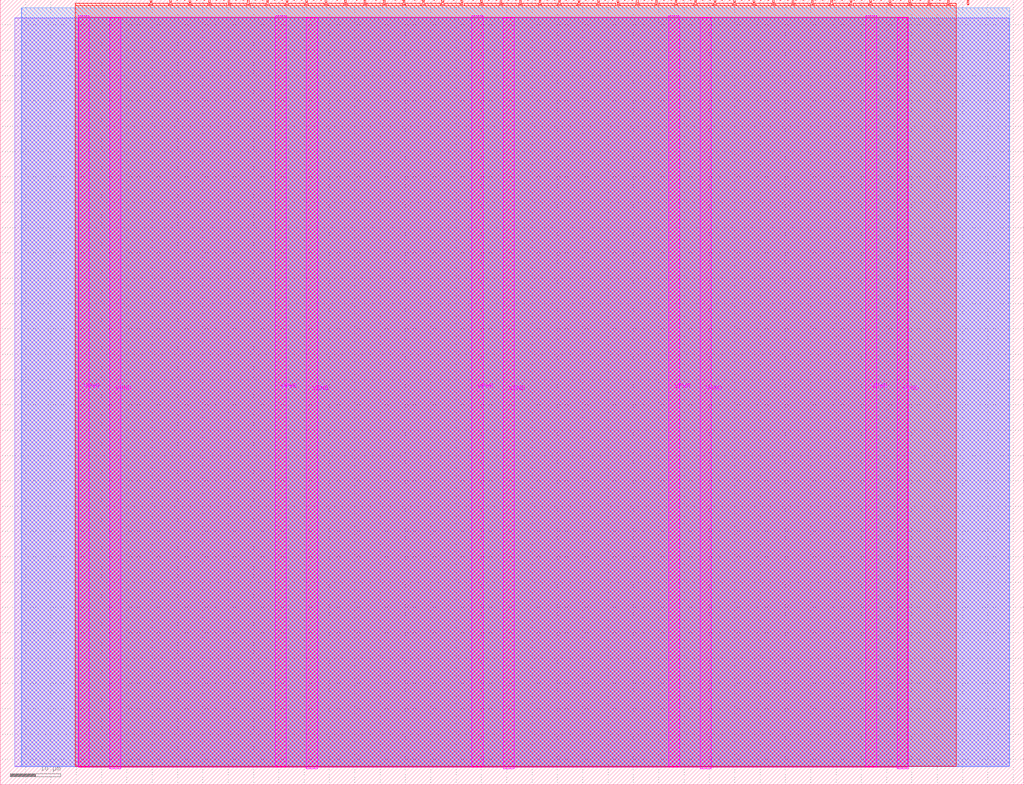
<source format=lef>
VERSION 5.7 ;
  NOWIREEXTENSIONATPIN ON ;
  DIVIDERCHAR "/" ;
  BUSBITCHARS "[]" ;
MACRO tt_um_coastalwhite_canright_sbox
  CLASS BLOCK ;
  FOREIGN tt_um_coastalwhite_canright_sbox ;
  ORIGIN 0.000 0.000 ;
  SIZE 202.080 BY 154.980 ;
  PIN VGND
    DIRECTION INOUT ;
    USE GROUND ;
    PORT
      LAYER TopMetal1 ;
        RECT 21.580 3.150 23.780 151.420 ;
    END
    PORT
      LAYER TopMetal1 ;
        RECT 60.450 3.150 62.650 151.420 ;
    END
    PORT
      LAYER TopMetal1 ;
        RECT 99.320 3.150 101.520 151.420 ;
    END
    PORT
      LAYER TopMetal1 ;
        RECT 138.190 3.150 140.390 151.420 ;
    END
    PORT
      LAYER TopMetal1 ;
        RECT 177.060 3.150 179.260 151.420 ;
    END
  END VGND
  PIN VPWR
    DIRECTION INOUT ;
    USE POWER ;
    PORT
      LAYER TopMetal1 ;
        RECT 15.380 3.560 17.580 151.830 ;
    END
    PORT
      LAYER TopMetal1 ;
        RECT 54.250 3.560 56.450 151.830 ;
    END
    PORT
      LAYER TopMetal1 ;
        RECT 93.120 3.560 95.320 151.830 ;
    END
    PORT
      LAYER TopMetal1 ;
        RECT 131.990 3.560 134.190 151.830 ;
    END
    PORT
      LAYER TopMetal1 ;
        RECT 170.860 3.560 173.060 151.830 ;
    END
  END VPWR
  PIN clk
    DIRECTION INPUT ;
    USE SIGNAL ;
    ANTENNAGATEAREA 0.725400 ;
    PORT
      LAYER Metal4 ;
        RECT 187.050 153.980 187.350 154.980 ;
    END
  END clk
  PIN ena
    DIRECTION INPUT ;
    USE SIGNAL ;
    PORT
      LAYER Metal4 ;
        RECT 190.890 153.980 191.190 154.980 ;
    END
  END ena
  PIN rst_n
    DIRECTION INPUT ;
    USE SIGNAL ;
    ANTENNAGATEAREA 0.725400 ;
    PORT
      LAYER Metal4 ;
        RECT 183.210 153.980 183.510 154.980 ;
    END
  END rst_n
  PIN ui_in[0]
    DIRECTION INPUT ;
    USE SIGNAL ;
    ANTENNAGATEAREA 0.180700 ;
    PORT
      LAYER Metal4 ;
        RECT 179.370 153.980 179.670 154.980 ;
    END
  END ui_in[0]
  PIN ui_in[1]
    DIRECTION INPUT ;
    USE SIGNAL ;
    ANTENNAGATEAREA 0.180700 ;
    PORT
      LAYER Metal4 ;
        RECT 175.530 153.980 175.830 154.980 ;
    END
  END ui_in[1]
  PIN ui_in[2]
    DIRECTION INPUT ;
    USE SIGNAL ;
    ANTENNAGATEAREA 0.180700 ;
    PORT
      LAYER Metal4 ;
        RECT 171.690 153.980 171.990 154.980 ;
    END
  END ui_in[2]
  PIN ui_in[3]
    DIRECTION INPUT ;
    USE SIGNAL ;
    ANTENNAGATEAREA 0.180700 ;
    PORT
      LAYER Metal4 ;
        RECT 167.850 153.980 168.150 154.980 ;
    END
  END ui_in[3]
  PIN ui_in[4]
    DIRECTION INPUT ;
    USE SIGNAL ;
    ANTENNAGATEAREA 0.180700 ;
    PORT
      LAYER Metal4 ;
        RECT 164.010 153.980 164.310 154.980 ;
    END
  END ui_in[4]
  PIN ui_in[5]
    DIRECTION INPUT ;
    USE SIGNAL ;
    ANTENNAGATEAREA 0.180700 ;
    PORT
      LAYER Metal4 ;
        RECT 160.170 153.980 160.470 154.980 ;
    END
  END ui_in[5]
  PIN ui_in[6]
    DIRECTION INPUT ;
    USE SIGNAL ;
    ANTENNAGATEAREA 0.180700 ;
    PORT
      LAYER Metal4 ;
        RECT 156.330 153.980 156.630 154.980 ;
    END
  END ui_in[6]
  PIN ui_in[7]
    DIRECTION INPUT ;
    USE SIGNAL ;
    ANTENNAGATEAREA 0.180700 ;
    PORT
      LAYER Metal4 ;
        RECT 152.490 153.980 152.790 154.980 ;
    END
  END ui_in[7]
  PIN uio_in[0]
    DIRECTION INPUT ;
    USE SIGNAL ;
    ANTENNAGATEAREA 0.213200 ;
    PORT
      LAYER Metal4 ;
        RECT 148.650 153.980 148.950 154.980 ;
    END
  END uio_in[0]
  PIN uio_in[1]
    DIRECTION INPUT ;
    USE SIGNAL ;
    ANTENNAGATEAREA 0.213200 ;
    PORT
      LAYER Metal4 ;
        RECT 144.810 153.980 145.110 154.980 ;
    END
  END uio_in[1]
  PIN uio_in[2]
    DIRECTION INPUT ;
    USE SIGNAL ;
    ANTENNAGATEAREA 0.213200 ;
    PORT
      LAYER Metal4 ;
        RECT 140.970 153.980 141.270 154.980 ;
    END
  END uio_in[2]
  PIN uio_in[3]
    DIRECTION INPUT ;
    USE SIGNAL ;
    ANTENNAGATEAREA 0.213200 ;
    PORT
      LAYER Metal4 ;
        RECT 137.130 153.980 137.430 154.980 ;
    END
  END uio_in[3]
  PIN uio_in[4]
    DIRECTION INPUT ;
    USE SIGNAL ;
    PORT
      LAYER Metal4 ;
        RECT 133.290 153.980 133.590 154.980 ;
    END
  END uio_in[4]
  PIN uio_in[5]
    DIRECTION INPUT ;
    USE SIGNAL ;
    PORT
      LAYER Metal4 ;
        RECT 129.450 153.980 129.750 154.980 ;
    END
  END uio_in[5]
  PIN uio_in[6]
    DIRECTION INPUT ;
    USE SIGNAL ;
    ANTENNAGATEAREA 0.725400 ;
    PORT
      LAYER Metal4 ;
        RECT 125.610 153.980 125.910 154.980 ;
    END
  END uio_in[6]
  PIN uio_in[7]
    DIRECTION INPUT ;
    USE SIGNAL ;
    ANTENNAGATEAREA 0.180700 ;
    PORT
      LAYER Metal4 ;
        RECT 121.770 153.980 122.070 154.980 ;
    END
  END uio_in[7]
  PIN uio_oe[0]
    DIRECTION OUTPUT ;
    USE SIGNAL ;
    ANTENNADIFFAREA 0.299200 ;
    PORT
      LAYER Metal4 ;
        RECT 56.490 153.980 56.790 154.980 ;
    END
  END uio_oe[0]
  PIN uio_oe[1]
    DIRECTION OUTPUT ;
    USE SIGNAL ;
    ANTENNADIFFAREA 0.299200 ;
    PORT
      LAYER Metal4 ;
        RECT 52.650 153.980 52.950 154.980 ;
    END
  END uio_oe[1]
  PIN uio_oe[2]
    DIRECTION OUTPUT ;
    USE SIGNAL ;
    ANTENNADIFFAREA 0.299200 ;
    PORT
      LAYER Metal4 ;
        RECT 48.810 153.980 49.110 154.980 ;
    END
  END uio_oe[2]
  PIN uio_oe[3]
    DIRECTION OUTPUT ;
    USE SIGNAL ;
    ANTENNADIFFAREA 0.299200 ;
    PORT
      LAYER Metal4 ;
        RECT 44.970 153.980 45.270 154.980 ;
    END
  END uio_oe[3]
  PIN uio_oe[4]
    DIRECTION OUTPUT ;
    USE SIGNAL ;
    ANTENNADIFFAREA 0.299200 ;
    PORT
      LAYER Metal4 ;
        RECT 41.130 153.980 41.430 154.980 ;
    END
  END uio_oe[4]
  PIN uio_oe[5]
    DIRECTION OUTPUT ;
    USE SIGNAL ;
    ANTENNADIFFAREA 0.299200 ;
    PORT
      LAYER Metal4 ;
        RECT 37.290 153.980 37.590 154.980 ;
    END
  END uio_oe[5]
  PIN uio_oe[6]
    DIRECTION OUTPUT ;
    USE SIGNAL ;
    ANTENNADIFFAREA 0.299200 ;
    PORT
      LAYER Metal4 ;
        RECT 33.450 153.980 33.750 154.980 ;
    END
  END uio_oe[6]
  PIN uio_oe[7]
    DIRECTION OUTPUT ;
    USE SIGNAL ;
    ANTENNADIFFAREA 0.299200 ;
    PORT
      LAYER Metal4 ;
        RECT 29.610 153.980 29.910 154.980 ;
    END
  END uio_oe[7]
  PIN uio_out[0]
    DIRECTION OUTPUT ;
    USE SIGNAL ;
    ANTENNADIFFAREA 0.299200 ;
    PORT
      LAYER Metal4 ;
        RECT 87.210 153.980 87.510 154.980 ;
    END
  END uio_out[0]
  PIN uio_out[1]
    DIRECTION OUTPUT ;
    USE SIGNAL ;
    ANTENNADIFFAREA 0.299200 ;
    PORT
      LAYER Metal4 ;
        RECT 83.370 153.980 83.670 154.980 ;
    END
  END uio_out[1]
  PIN uio_out[2]
    DIRECTION OUTPUT ;
    USE SIGNAL ;
    ANTENNADIFFAREA 0.299200 ;
    PORT
      LAYER Metal4 ;
        RECT 79.530 153.980 79.830 154.980 ;
    END
  END uio_out[2]
  PIN uio_out[3]
    DIRECTION OUTPUT ;
    USE SIGNAL ;
    ANTENNADIFFAREA 0.299200 ;
    PORT
      LAYER Metal4 ;
        RECT 75.690 153.980 75.990 154.980 ;
    END
  END uio_out[3]
  PIN uio_out[4]
    DIRECTION OUTPUT ;
    USE SIGNAL ;
    ANTENNADIFFAREA 0.299200 ;
    PORT
      LAYER Metal4 ;
        RECT 71.850 153.980 72.150 154.980 ;
    END
  END uio_out[4]
  PIN uio_out[5]
    DIRECTION OUTPUT ;
    USE SIGNAL ;
    ANTENNADIFFAREA 0.299200 ;
    PORT
      LAYER Metal4 ;
        RECT 68.010 153.980 68.310 154.980 ;
    END
  END uio_out[5]
  PIN uio_out[6]
    DIRECTION OUTPUT ;
    USE SIGNAL ;
    ANTENNADIFFAREA 0.299200 ;
    PORT
      LAYER Metal4 ;
        RECT 64.170 153.980 64.470 154.980 ;
    END
  END uio_out[6]
  PIN uio_out[7]
    DIRECTION OUTPUT ;
    USE SIGNAL ;
    ANTENNADIFFAREA 0.299200 ;
    PORT
      LAYER Metal4 ;
        RECT 60.330 153.980 60.630 154.980 ;
    END
  END uio_out[7]
  PIN uo_out[0]
    DIRECTION OUTPUT ;
    USE SIGNAL ;
    ANTENNAGATEAREA 0.109200 ;
    ANTENNADIFFAREA 0.716100 ;
    PORT
      LAYER Metal4 ;
        RECT 117.930 153.980 118.230 154.980 ;
    END
  END uo_out[0]
  PIN uo_out[1]
    DIRECTION OUTPUT ;
    USE SIGNAL ;
    ANTENNAGATEAREA 0.109200 ;
    ANTENNADIFFAREA 0.632400 ;
    PORT
      LAYER Metal4 ;
        RECT 114.090 153.980 114.390 154.980 ;
    END
  END uo_out[1]
  PIN uo_out[2]
    DIRECTION OUTPUT ;
    USE SIGNAL ;
    ANTENNAGATEAREA 0.109200 ;
    ANTENNADIFFAREA 0.632400 ;
    PORT
      LAYER Metal4 ;
        RECT 110.250 153.980 110.550 154.980 ;
    END
  END uo_out[2]
  PIN uo_out[3]
    DIRECTION OUTPUT ;
    USE SIGNAL ;
    ANTENNAGATEAREA 0.109200 ;
    ANTENNADIFFAREA 0.632400 ;
    PORT
      LAYER Metal4 ;
        RECT 106.410 153.980 106.710 154.980 ;
    END
  END uo_out[3]
  PIN uo_out[4]
    DIRECTION OUTPUT ;
    USE SIGNAL ;
    ANTENNAGATEAREA 0.109200 ;
    ANTENNADIFFAREA 0.632400 ;
    PORT
      LAYER Metal4 ;
        RECT 102.570 153.980 102.870 154.980 ;
    END
  END uo_out[4]
  PIN uo_out[5]
    DIRECTION OUTPUT ;
    USE SIGNAL ;
    ANTENNAGATEAREA 0.109200 ;
    ANTENNADIFFAREA 0.716100 ;
    PORT
      LAYER Metal4 ;
        RECT 98.730 153.980 99.030 154.980 ;
    END
  END uo_out[5]
  PIN uo_out[6]
    DIRECTION OUTPUT ;
    USE SIGNAL ;
    ANTENNAGATEAREA 0.109200 ;
    ANTENNADIFFAREA 0.632400 ;
    PORT
      LAYER Metal4 ;
        RECT 94.890 153.980 95.190 154.980 ;
    END
  END uo_out[6]
  PIN uo_out[7]
    DIRECTION OUTPUT ;
    USE SIGNAL ;
    ANTENNAGATEAREA 0.109200 ;
    ANTENNADIFFAREA 0.632400 ;
    PORT
      LAYER Metal4 ;
        RECT 91.050 153.980 91.350 154.980 ;
    END
  END uo_out[7]
  OBS
      LAYER GatPoly ;
        RECT 2.880 3.630 199.200 151.350 ;
      LAYER Metal1 ;
        RECT 2.880 3.560 199.200 151.420 ;
      LAYER Metal2 ;
        RECT 4.215 3.635 199.305 153.445 ;
      LAYER Metal3 ;
        RECT 4.175 3.680 199.345 153.405 ;
      LAYER Metal4 ;
        RECT 14.780 153.770 29.400 154.240 ;
        RECT 30.120 153.770 33.240 154.240 ;
        RECT 33.960 153.770 37.080 154.240 ;
        RECT 37.800 153.770 40.920 154.240 ;
        RECT 41.640 153.770 44.760 154.240 ;
        RECT 45.480 153.770 48.600 154.240 ;
        RECT 49.320 153.770 52.440 154.240 ;
        RECT 53.160 153.770 56.280 154.240 ;
        RECT 57.000 153.770 60.120 154.240 ;
        RECT 60.840 153.770 63.960 154.240 ;
        RECT 64.680 153.770 67.800 154.240 ;
        RECT 68.520 153.770 71.640 154.240 ;
        RECT 72.360 153.770 75.480 154.240 ;
        RECT 76.200 153.770 79.320 154.240 ;
        RECT 80.040 153.770 83.160 154.240 ;
        RECT 83.880 153.770 87.000 154.240 ;
        RECT 87.720 153.770 90.840 154.240 ;
        RECT 91.560 153.770 94.680 154.240 ;
        RECT 95.400 153.770 98.520 154.240 ;
        RECT 99.240 153.770 102.360 154.240 ;
        RECT 103.080 153.770 106.200 154.240 ;
        RECT 106.920 153.770 110.040 154.240 ;
        RECT 110.760 153.770 113.880 154.240 ;
        RECT 114.600 153.770 117.720 154.240 ;
        RECT 118.440 153.770 121.560 154.240 ;
        RECT 122.280 153.770 125.400 154.240 ;
        RECT 126.120 153.770 129.240 154.240 ;
        RECT 129.960 153.770 133.080 154.240 ;
        RECT 133.800 153.770 136.920 154.240 ;
        RECT 137.640 153.770 140.760 154.240 ;
        RECT 141.480 153.770 144.600 154.240 ;
        RECT 145.320 153.770 148.440 154.240 ;
        RECT 149.160 153.770 152.280 154.240 ;
        RECT 153.000 153.770 156.120 154.240 ;
        RECT 156.840 153.770 159.960 154.240 ;
        RECT 160.680 153.770 163.800 154.240 ;
        RECT 164.520 153.770 167.640 154.240 ;
        RECT 168.360 153.770 171.480 154.240 ;
        RECT 172.200 153.770 175.320 154.240 ;
        RECT 176.040 153.770 179.160 154.240 ;
        RECT 179.880 153.770 183.000 154.240 ;
        RECT 183.720 153.770 186.840 154.240 ;
        RECT 187.560 153.770 188.740 154.240 ;
        RECT 14.780 3.635 188.740 153.770 ;
      LAYER Metal5 ;
        RECT 15.515 3.470 179.125 151.510 ;
  END
END tt_um_coastalwhite_canright_sbox
END LIBRARY


</source>
